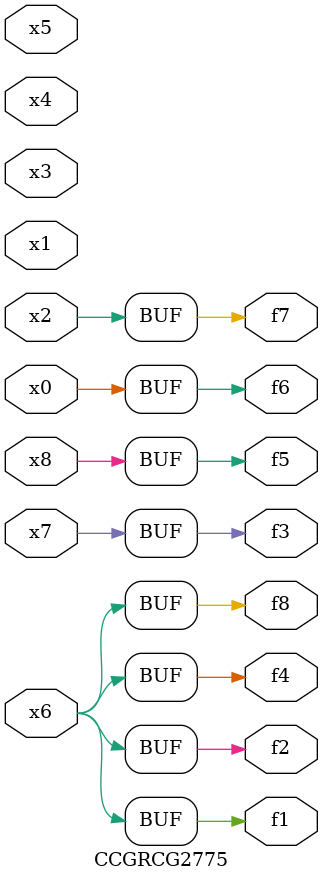
<source format=v>
module CCGRCG2775(
	input x0, x1, x2, x3, x4, x5, x6, x7, x8,
	output f1, f2, f3, f4, f5, f6, f7, f8
);
	assign f1 = x6;
	assign f2 = x6;
	assign f3 = x7;
	assign f4 = x6;
	assign f5 = x8;
	assign f6 = x0;
	assign f7 = x2;
	assign f8 = x6;
endmodule

</source>
